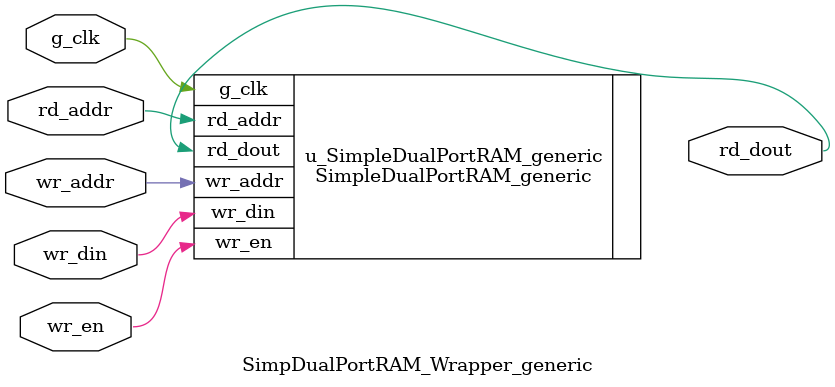
<source format=v>



`timescale 1 ns / 1 ns

module SimpDualPortRAM_Wrapper_generic
          (
           g_clk,
           wr_din,
           wr_addr,
           wr_en,
           rd_addr,
           rd_dout
          );


  parameter AddrWidth = 1;
  parameter DataWidth = 1;

  input   g_clk;
  input   signed [DataWidth - 1:0] wr_din;  // parameterized width
  input   [AddrWidth - 1:0] wr_addr;  // parameterized width
  input   wr_en;  // ufix1
  input   [AddrWidth - 1:0] rd_addr;  // parameterized width
  output  signed [DataWidth - 1:0] rd_dout;  // parameterized width



  SimpleDualPortRAM_generic   #  (.AddrWidth(AddrWidth),
                                  .DataWidth(DataWidth)
                                  )
                              u_SimpleDualPortRAM_generic   (.g_clk(g_clk),
                                                             .wr_din(wr_din),
                                                             .wr_addr(wr_addr),
                                                             .wr_en(wr_en),  // ufix1
                                                             .rd_addr(rd_addr),
                                                             .rd_dout(rd_dout)
                                                             );

endmodule  // SimpDualPortRAM_Wrapper_generic


</source>
